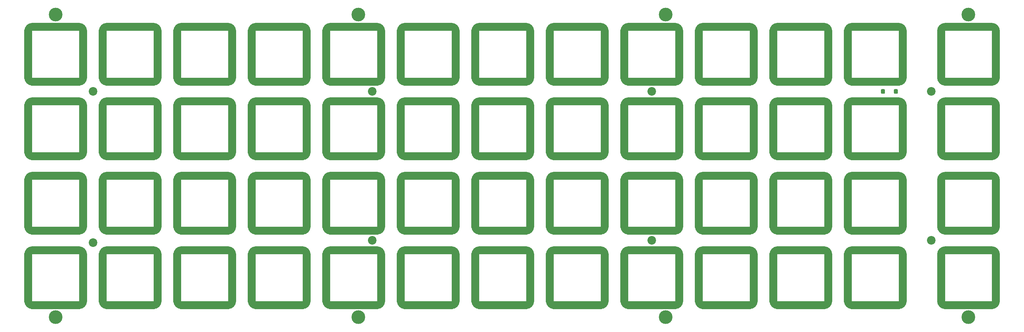
<source format=gbr>
G04 #@! TF.GenerationSoftware,KiCad,Pcbnew,(5.1.10-1-10_14)*
G04 #@! TF.CreationDate,2021-09-03T12:48:33-05:00*
G04 #@! TF.ProjectId,ori_top_plate,6f72695f-746f-4705-9f70-6c6174652e6b,rev?*
G04 #@! TF.SameCoordinates,Original*
G04 #@! TF.FileFunction,Soldermask,Bot*
G04 #@! TF.FilePolarity,Negative*
%FSLAX46Y46*%
G04 Gerber Fmt 4.6, Leading zero omitted, Abs format (unit mm)*
G04 Created by KiCad (PCBNEW (5.1.10-1-10_14)) date 2021-09-03 12:48:33*
%MOMM*%
%LPD*%
G01*
G04 APERTURE LIST*
%ADD10C,2.000000*%
%ADD11C,2.200000*%
%ADD12C,3.500000*%
G04 APERTURE END LIST*
D10*
X315373170Y-113156700D02*
G75*
G02*
X314373170Y-114156700I-1000000J0D01*
G01*
X302373170Y-114156700D02*
G75*
G02*
X301373170Y-113156700I0J1000000D01*
G01*
X301373170Y-101156700D02*
G75*
G02*
X302373170Y-100156700I1000000J0D01*
G01*
X314373170Y-100156700D02*
G75*
G02*
X315373170Y-101156700I0J-1000000D01*
G01*
X314373170Y-100156700D02*
X302373170Y-100156700D01*
X301373170Y-113156700D02*
X301373170Y-101156700D01*
X314373170Y-114156700D02*
X302373170Y-114156700D01*
X315373170Y-113156700D02*
X315373170Y-101156700D01*
X162972530Y-56006460D02*
G75*
G02*
X161972530Y-57006460I-1000000J0D01*
G01*
X149972530Y-57006460D02*
G75*
G02*
X148972530Y-56006460I0J1000000D01*
G01*
X148972530Y-44006460D02*
G75*
G02*
X149972530Y-43006460I1000000J0D01*
G01*
X161972530Y-43006460D02*
G75*
G02*
X162972530Y-44006460I0J-1000000D01*
G01*
X161972530Y-43006460D02*
X149972530Y-43006460D01*
X148972530Y-56006460D02*
X148972530Y-44006460D01*
X161972530Y-57006460D02*
X149972530Y-57006460D01*
X162972530Y-56006460D02*
X162972530Y-44006460D01*
X396336010Y-113156700D02*
G75*
G02*
X395336010Y-114156700I-1000000J0D01*
G01*
X383336010Y-114156700D02*
G75*
G02*
X382336010Y-113156700I0J1000000D01*
G01*
X382336010Y-101156700D02*
G75*
G02*
X383336010Y-100156700I1000000J0D01*
G01*
X395336010Y-100156700D02*
G75*
G02*
X396336010Y-101156700I0J-1000000D01*
G01*
X395336010Y-100156700D02*
X383336010Y-100156700D01*
X382336010Y-113156700D02*
X382336010Y-101156700D01*
X395336010Y-114156700D02*
X383336010Y-114156700D01*
X396336010Y-113156700D02*
X396336010Y-101156700D01*
X396335890Y-94106428D02*
G75*
G02*
X395335890Y-95106428I-1000000J0D01*
G01*
X383335890Y-95106428D02*
G75*
G02*
X382335890Y-94106428I0J1000000D01*
G01*
X382335890Y-82106428D02*
G75*
G02*
X383335890Y-81106428I1000000J0D01*
G01*
X395335890Y-81106428D02*
G75*
G02*
X396335890Y-82106428I0J-1000000D01*
G01*
X395335890Y-81106428D02*
X383335890Y-81106428D01*
X382335890Y-94106428D02*
X382335890Y-82106428D01*
X395335890Y-95106428D02*
X383335890Y-95106428D01*
X396335890Y-94106428D02*
X396335890Y-82106428D01*
X396335890Y-75056444D02*
G75*
G02*
X395335890Y-76056444I-1000000J0D01*
G01*
X383335890Y-76056444D02*
G75*
G02*
X382335890Y-75056444I0J1000000D01*
G01*
X382335890Y-63056444D02*
G75*
G02*
X383335890Y-62056444I1000000J0D01*
G01*
X395335890Y-62056444D02*
G75*
G02*
X396335890Y-63056444I0J-1000000D01*
G01*
X395335890Y-62056444D02*
X383335890Y-62056444D01*
X382335890Y-75056444D02*
X382335890Y-63056444D01*
X395335890Y-76056444D02*
X383335890Y-76056444D01*
X396335890Y-75056444D02*
X396335890Y-63056444D01*
X396336010Y-56006460D02*
G75*
G02*
X395336010Y-57006460I-1000000J0D01*
G01*
X383336010Y-57006460D02*
G75*
G02*
X382336010Y-56006460I0J1000000D01*
G01*
X382336010Y-44006460D02*
G75*
G02*
X383336010Y-43006460I1000000J0D01*
G01*
X395336010Y-43006460D02*
G75*
G02*
X396336010Y-44006460I0J-1000000D01*
G01*
X395336010Y-43006460D02*
X383336010Y-43006460D01*
X382336010Y-56006460D02*
X382336010Y-44006460D01*
X395336010Y-57006460D02*
X383336010Y-57006460D01*
X396336010Y-56006460D02*
X396336010Y-44006460D01*
X372523410Y-113156700D02*
G75*
G02*
X371523410Y-114156700I-1000000J0D01*
G01*
X359523410Y-114156700D02*
G75*
G02*
X358523410Y-113156700I0J1000000D01*
G01*
X358523410Y-101156700D02*
G75*
G02*
X359523410Y-100156700I1000000J0D01*
G01*
X371523410Y-100156700D02*
G75*
G02*
X372523410Y-101156700I0J-1000000D01*
G01*
X371523410Y-100156700D02*
X359523410Y-100156700D01*
X358523410Y-113156700D02*
X358523410Y-101156700D01*
X371523410Y-114156700D02*
X359523410Y-114156700D01*
X372523410Y-113156700D02*
X372523410Y-101156700D01*
X353473330Y-113160000D02*
G75*
G02*
X352473330Y-114160000I-1000000J0D01*
G01*
X340473330Y-114160000D02*
G75*
G02*
X339473330Y-113160000I0J1000000D01*
G01*
X339473330Y-101160000D02*
G75*
G02*
X340473330Y-100160000I1000000J0D01*
G01*
X352473330Y-100160000D02*
G75*
G02*
X353473330Y-101160000I0J-1000000D01*
G01*
X352473330Y-100160000D02*
X340473330Y-100160000D01*
X339473330Y-113160000D02*
X339473330Y-101160000D01*
X352473330Y-114160000D02*
X340473330Y-114160000D01*
X353473330Y-113160000D02*
X353473330Y-101160000D01*
X334423250Y-113156700D02*
G75*
G02*
X333423250Y-114156700I-1000000J0D01*
G01*
X321423250Y-114156700D02*
G75*
G02*
X320423250Y-113156700I0J1000000D01*
G01*
X320423250Y-101156700D02*
G75*
G02*
X321423250Y-100156700I1000000J0D01*
G01*
X333423250Y-100156700D02*
G75*
G02*
X334423250Y-101156700I0J-1000000D01*
G01*
X333423250Y-100156700D02*
X321423250Y-100156700D01*
X320423250Y-113156700D02*
X320423250Y-101156700D01*
X333423250Y-114156700D02*
X321423250Y-114156700D01*
X334423250Y-113156700D02*
X334423250Y-101156700D01*
X296323090Y-113156700D02*
G75*
G02*
X295323090Y-114156700I-1000000J0D01*
G01*
X283323090Y-114156700D02*
G75*
G02*
X282323090Y-113156700I0J1000000D01*
G01*
X282323090Y-101156700D02*
G75*
G02*
X283323090Y-100156700I1000000J0D01*
G01*
X295323090Y-100156700D02*
G75*
G02*
X296323090Y-101156700I0J-1000000D01*
G01*
X295323090Y-100156700D02*
X283323090Y-100156700D01*
X282323090Y-113156700D02*
X282323090Y-101156700D01*
X295323090Y-114156700D02*
X283323090Y-114156700D01*
X296323090Y-113156700D02*
X296323090Y-101156700D01*
X277273010Y-113156700D02*
G75*
G02*
X276273010Y-114156700I-1000000J0D01*
G01*
X264273010Y-114156700D02*
G75*
G02*
X263273010Y-113156700I0J1000000D01*
G01*
X263273010Y-101156700D02*
G75*
G02*
X264273010Y-100156700I1000000J0D01*
G01*
X276273010Y-100156700D02*
G75*
G02*
X277273010Y-101156700I0J-1000000D01*
G01*
X276273010Y-100156700D02*
X264273010Y-100156700D01*
X263273010Y-113156700D02*
X263273010Y-101156700D01*
X276273010Y-114156700D02*
X264273010Y-114156700D01*
X277273010Y-113156700D02*
X277273010Y-101156700D01*
X258222930Y-113156700D02*
G75*
G02*
X257222930Y-114156700I-1000000J0D01*
G01*
X245222930Y-114156700D02*
G75*
G02*
X244222930Y-113156700I0J1000000D01*
G01*
X244222930Y-101156700D02*
G75*
G02*
X245222930Y-100156700I1000000J0D01*
G01*
X257222930Y-100156700D02*
G75*
G02*
X258222930Y-101156700I0J-1000000D01*
G01*
X257222930Y-100156700D02*
X245222930Y-100156700D01*
X244222930Y-113156700D02*
X244222930Y-101156700D01*
X257222930Y-114156700D02*
X245222930Y-114156700D01*
X258222930Y-113156700D02*
X258222930Y-101156700D01*
X239172850Y-113156700D02*
G75*
G02*
X238172850Y-114156700I-1000000J0D01*
G01*
X226172850Y-114156700D02*
G75*
G02*
X225172850Y-113156700I0J1000000D01*
G01*
X225172850Y-101156700D02*
G75*
G02*
X226172850Y-100156700I1000000J0D01*
G01*
X238172850Y-100156700D02*
G75*
G02*
X239172850Y-101156700I0J-1000000D01*
G01*
X238172850Y-100156700D02*
X226172850Y-100156700D01*
X225172850Y-113156700D02*
X225172850Y-101156700D01*
X238172850Y-114156700D02*
X226172850Y-114156700D01*
X239172850Y-113156700D02*
X239172850Y-101156700D01*
X220122770Y-113156700D02*
G75*
G02*
X219122770Y-114156700I-1000000J0D01*
G01*
X207122770Y-114156700D02*
G75*
G02*
X206122770Y-113156700I0J1000000D01*
G01*
X206122770Y-101156700D02*
G75*
G02*
X207122770Y-100156700I1000000J0D01*
G01*
X219122770Y-100156700D02*
G75*
G02*
X220122770Y-101156700I0J-1000000D01*
G01*
X219122770Y-100156700D02*
X207122770Y-100156700D01*
X206122770Y-113156700D02*
X206122770Y-101156700D01*
X219122770Y-114156700D02*
X207122770Y-114156700D01*
X220122770Y-113156700D02*
X220122770Y-101156700D01*
X201072690Y-113156700D02*
G75*
G02*
X200072690Y-114156700I-1000000J0D01*
G01*
X188072690Y-114156700D02*
G75*
G02*
X187072690Y-113156700I0J1000000D01*
G01*
X187072690Y-101156700D02*
G75*
G02*
X188072690Y-100156700I1000000J0D01*
G01*
X200072690Y-100156700D02*
G75*
G02*
X201072690Y-101156700I0J-1000000D01*
G01*
X200072690Y-100156700D02*
X188072690Y-100156700D01*
X187072690Y-113156700D02*
X187072690Y-101156700D01*
X200072690Y-114156700D02*
X188072690Y-114156700D01*
X201072690Y-113156700D02*
X201072690Y-101156700D01*
X182022610Y-113156700D02*
G75*
G02*
X181022610Y-114156700I-1000000J0D01*
G01*
X169022610Y-114156700D02*
G75*
G02*
X168022610Y-113156700I0J1000000D01*
G01*
X168022610Y-101156700D02*
G75*
G02*
X169022610Y-100156700I1000000J0D01*
G01*
X181022610Y-100156700D02*
G75*
G02*
X182022610Y-101156700I0J-1000000D01*
G01*
X181022610Y-100156700D02*
X169022610Y-100156700D01*
X168022610Y-113156700D02*
X168022610Y-101156700D01*
X181022610Y-114156700D02*
X169022610Y-114156700D01*
X182022610Y-113156700D02*
X182022610Y-101156700D01*
X162972530Y-113156700D02*
G75*
G02*
X161972530Y-114156700I-1000000J0D01*
G01*
X149972530Y-114156700D02*
G75*
G02*
X148972530Y-113156700I0J1000000D01*
G01*
X148972530Y-101156700D02*
G75*
G02*
X149972530Y-100156700I1000000J0D01*
G01*
X161972530Y-100156700D02*
G75*
G02*
X162972530Y-101156700I0J-1000000D01*
G01*
X161972530Y-100156700D02*
X149972530Y-100156700D01*
X148972530Y-113156700D02*
X148972530Y-101156700D01*
X161972530Y-114156700D02*
X149972530Y-114156700D01*
X162972530Y-113156700D02*
X162972530Y-101156700D01*
X372523410Y-94106620D02*
G75*
G02*
X371523410Y-95106620I-1000000J0D01*
G01*
X359523410Y-95106620D02*
G75*
G02*
X358523410Y-94106620I0J1000000D01*
G01*
X358523410Y-82106620D02*
G75*
G02*
X359523410Y-81106620I1000000J0D01*
G01*
X371523410Y-81106620D02*
G75*
G02*
X372523410Y-82106620I0J-1000000D01*
G01*
X371523410Y-81106620D02*
X359523410Y-81106620D01*
X358523410Y-94106620D02*
X358523410Y-82106620D01*
X371523410Y-95106620D02*
X359523410Y-95106620D01*
X372523410Y-94106620D02*
X372523410Y-82106620D01*
X353473330Y-94106620D02*
G75*
G02*
X352473330Y-95106620I-1000000J0D01*
G01*
X340473330Y-95106620D02*
G75*
G02*
X339473330Y-94106620I0J1000000D01*
G01*
X339473330Y-82106620D02*
G75*
G02*
X340473330Y-81106620I1000000J0D01*
G01*
X352473330Y-81106620D02*
G75*
G02*
X353473330Y-82106620I0J-1000000D01*
G01*
X352473330Y-81106620D02*
X340473330Y-81106620D01*
X339473330Y-94106620D02*
X339473330Y-82106620D01*
X352473330Y-95106620D02*
X340473330Y-95106620D01*
X353473330Y-94106620D02*
X353473330Y-82106620D01*
X334423250Y-94106620D02*
G75*
G02*
X333423250Y-95106620I-1000000J0D01*
G01*
X321423250Y-95106620D02*
G75*
G02*
X320423250Y-94106620I0J1000000D01*
G01*
X320423250Y-82106620D02*
G75*
G02*
X321423250Y-81106620I1000000J0D01*
G01*
X333423250Y-81106620D02*
G75*
G02*
X334423250Y-82106620I0J-1000000D01*
G01*
X333423250Y-81106620D02*
X321423250Y-81106620D01*
X320423250Y-94106620D02*
X320423250Y-82106620D01*
X333423250Y-95106620D02*
X321423250Y-95106620D01*
X334423250Y-94106620D02*
X334423250Y-82106620D01*
X315373170Y-94106620D02*
G75*
G02*
X314373170Y-95106620I-1000000J0D01*
G01*
X302373170Y-95106620D02*
G75*
G02*
X301373170Y-94106620I0J1000000D01*
G01*
X301373170Y-82106620D02*
G75*
G02*
X302373170Y-81106620I1000000J0D01*
G01*
X314373170Y-81106620D02*
G75*
G02*
X315373170Y-82106620I0J-1000000D01*
G01*
X314373170Y-81106620D02*
X302373170Y-81106620D01*
X301373170Y-94106620D02*
X301373170Y-82106620D01*
X314373170Y-95106620D02*
X302373170Y-95106620D01*
X315373170Y-94106620D02*
X315373170Y-82106620D01*
X296323090Y-94106620D02*
G75*
G02*
X295323090Y-95106620I-1000000J0D01*
G01*
X283323090Y-95106620D02*
G75*
G02*
X282323090Y-94106620I0J1000000D01*
G01*
X282323090Y-82106620D02*
G75*
G02*
X283323090Y-81106620I1000000J0D01*
G01*
X295323090Y-81106620D02*
G75*
G02*
X296323090Y-82106620I0J-1000000D01*
G01*
X295323090Y-81106620D02*
X283323090Y-81106620D01*
X282323090Y-94106620D02*
X282323090Y-82106620D01*
X295323090Y-95106620D02*
X283323090Y-95106620D01*
X296323090Y-94106620D02*
X296323090Y-82106620D01*
X277273010Y-94106620D02*
G75*
G02*
X276273010Y-95106620I-1000000J0D01*
G01*
X264273010Y-95106620D02*
G75*
G02*
X263273010Y-94106620I0J1000000D01*
G01*
X263273010Y-82106620D02*
G75*
G02*
X264273010Y-81106620I1000000J0D01*
G01*
X276273010Y-81106620D02*
G75*
G02*
X277273010Y-82106620I0J-1000000D01*
G01*
X276273010Y-81106620D02*
X264273010Y-81106620D01*
X263273010Y-94106620D02*
X263273010Y-82106620D01*
X276273010Y-95106620D02*
X264273010Y-95106620D01*
X277273010Y-94106620D02*
X277273010Y-82106620D01*
X258222930Y-94106620D02*
G75*
G02*
X257222930Y-95106620I-1000000J0D01*
G01*
X245222930Y-95106620D02*
G75*
G02*
X244222930Y-94106620I0J1000000D01*
G01*
X244222930Y-82106620D02*
G75*
G02*
X245222930Y-81106620I1000000J0D01*
G01*
X257222930Y-81106620D02*
G75*
G02*
X258222930Y-82106620I0J-1000000D01*
G01*
X257222930Y-81106620D02*
X245222930Y-81106620D01*
X244222930Y-94106620D02*
X244222930Y-82106620D01*
X257222930Y-95106620D02*
X245222930Y-95106620D01*
X258222930Y-94106620D02*
X258222930Y-82106620D01*
X239172850Y-94106620D02*
G75*
G02*
X238172850Y-95106620I-1000000J0D01*
G01*
X226172850Y-95106620D02*
G75*
G02*
X225172850Y-94106620I0J1000000D01*
G01*
X225172850Y-82106620D02*
G75*
G02*
X226172850Y-81106620I1000000J0D01*
G01*
X238172850Y-81106620D02*
G75*
G02*
X239172850Y-82106620I0J-1000000D01*
G01*
X238172850Y-81106620D02*
X226172850Y-81106620D01*
X225172850Y-94106620D02*
X225172850Y-82106620D01*
X238172850Y-95106620D02*
X226172850Y-95106620D01*
X239172850Y-94106620D02*
X239172850Y-82106620D01*
X220122770Y-94106620D02*
G75*
G02*
X219122770Y-95106620I-1000000J0D01*
G01*
X207122770Y-95106620D02*
G75*
G02*
X206122770Y-94106620I0J1000000D01*
G01*
X206122770Y-82106620D02*
G75*
G02*
X207122770Y-81106620I1000000J0D01*
G01*
X219122770Y-81106620D02*
G75*
G02*
X220122770Y-82106620I0J-1000000D01*
G01*
X219122770Y-81106620D02*
X207122770Y-81106620D01*
X206122770Y-94106620D02*
X206122770Y-82106620D01*
X219122770Y-95106620D02*
X207122770Y-95106620D01*
X220122770Y-94106620D02*
X220122770Y-82106620D01*
X201072690Y-94106620D02*
G75*
G02*
X200072690Y-95106620I-1000000J0D01*
G01*
X188072690Y-95106620D02*
G75*
G02*
X187072690Y-94106620I0J1000000D01*
G01*
X187072690Y-82106620D02*
G75*
G02*
X188072690Y-81106620I1000000J0D01*
G01*
X200072690Y-81106620D02*
G75*
G02*
X201072690Y-82106620I0J-1000000D01*
G01*
X200072690Y-81106620D02*
X188072690Y-81106620D01*
X187072690Y-94106620D02*
X187072690Y-82106620D01*
X200072690Y-95106620D02*
X188072690Y-95106620D01*
X201072690Y-94106620D02*
X201072690Y-82106620D01*
X182022610Y-94106620D02*
G75*
G02*
X181022610Y-95106620I-1000000J0D01*
G01*
X169022610Y-95106620D02*
G75*
G02*
X168022610Y-94106620I0J1000000D01*
G01*
X168022610Y-82106620D02*
G75*
G02*
X169022610Y-81106620I1000000J0D01*
G01*
X181022610Y-81106620D02*
G75*
G02*
X182022610Y-82106620I0J-1000000D01*
G01*
X181022610Y-81106620D02*
X169022610Y-81106620D01*
X168022610Y-94106620D02*
X168022610Y-82106620D01*
X181022610Y-95106620D02*
X169022610Y-95106620D01*
X182022610Y-94106620D02*
X182022610Y-82106620D01*
X162972530Y-94106620D02*
G75*
G02*
X161972530Y-95106620I-1000000J0D01*
G01*
X149972530Y-95106620D02*
G75*
G02*
X148972530Y-94106620I0J1000000D01*
G01*
X148972530Y-82106620D02*
G75*
G02*
X149972530Y-81106620I1000000J0D01*
G01*
X161972530Y-81106620D02*
G75*
G02*
X162972530Y-82106620I0J-1000000D01*
G01*
X161972530Y-81106620D02*
X149972530Y-81106620D01*
X148972530Y-94106620D02*
X148972530Y-82106620D01*
X161972530Y-95106620D02*
X149972530Y-95106620D01*
X162972530Y-94106620D02*
X162972530Y-82106620D01*
X372523410Y-75056540D02*
G75*
G02*
X371523410Y-76056540I-1000000J0D01*
G01*
X359523410Y-76056540D02*
G75*
G02*
X358523410Y-75056540I0J1000000D01*
G01*
X358523410Y-63056540D02*
G75*
G02*
X359523410Y-62056540I1000000J0D01*
G01*
X371523410Y-62056540D02*
G75*
G02*
X372523410Y-63056540I0J-1000000D01*
G01*
X371523410Y-62056540D02*
X359523410Y-62056540D01*
X358523410Y-75056540D02*
X358523410Y-63056540D01*
X371523410Y-76056540D02*
X359523410Y-76056540D01*
X372523410Y-75056540D02*
X372523410Y-63056540D01*
X353473330Y-75056540D02*
G75*
G02*
X352473330Y-76056540I-1000000J0D01*
G01*
X340473330Y-76056540D02*
G75*
G02*
X339473330Y-75056540I0J1000000D01*
G01*
X339473330Y-63056540D02*
G75*
G02*
X340473330Y-62056540I1000000J0D01*
G01*
X352473330Y-62056540D02*
G75*
G02*
X353473330Y-63056540I0J-1000000D01*
G01*
X352473330Y-62056540D02*
X340473330Y-62056540D01*
X339473330Y-75056540D02*
X339473330Y-63056540D01*
X352473330Y-76056540D02*
X340473330Y-76056540D01*
X353473330Y-75056540D02*
X353473330Y-63056540D01*
X334423250Y-75056540D02*
G75*
G02*
X333423250Y-76056540I-1000000J0D01*
G01*
X321423250Y-76056540D02*
G75*
G02*
X320423250Y-75056540I0J1000000D01*
G01*
X320423250Y-63056540D02*
G75*
G02*
X321423250Y-62056540I1000000J0D01*
G01*
X333423250Y-62056540D02*
G75*
G02*
X334423250Y-63056540I0J-1000000D01*
G01*
X333423250Y-62056540D02*
X321423250Y-62056540D01*
X320423250Y-75056540D02*
X320423250Y-63056540D01*
X333423250Y-76056540D02*
X321423250Y-76056540D01*
X334423250Y-75056540D02*
X334423250Y-63056540D01*
X315373170Y-75056540D02*
G75*
G02*
X314373170Y-76056540I-1000000J0D01*
G01*
X302373170Y-76056540D02*
G75*
G02*
X301373170Y-75056540I0J1000000D01*
G01*
X301373170Y-63056540D02*
G75*
G02*
X302373170Y-62056540I1000000J0D01*
G01*
X314373170Y-62056540D02*
G75*
G02*
X315373170Y-63056540I0J-1000000D01*
G01*
X314373170Y-62056540D02*
X302373170Y-62056540D01*
X301373170Y-75056540D02*
X301373170Y-63056540D01*
X314373170Y-76056540D02*
X302373170Y-76056540D01*
X315373170Y-75056540D02*
X315373170Y-63056540D01*
X296323090Y-75056540D02*
G75*
G02*
X295323090Y-76056540I-1000000J0D01*
G01*
X283323090Y-76056540D02*
G75*
G02*
X282323090Y-75056540I0J1000000D01*
G01*
X282323090Y-63056540D02*
G75*
G02*
X283323090Y-62056540I1000000J0D01*
G01*
X295323090Y-62056540D02*
G75*
G02*
X296323090Y-63056540I0J-1000000D01*
G01*
X295323090Y-62056540D02*
X283323090Y-62056540D01*
X282323090Y-75056540D02*
X282323090Y-63056540D01*
X295323090Y-76056540D02*
X283323090Y-76056540D01*
X296323090Y-75056540D02*
X296323090Y-63056540D01*
X277273010Y-75056540D02*
G75*
G02*
X276273010Y-76056540I-1000000J0D01*
G01*
X264273010Y-76056540D02*
G75*
G02*
X263273010Y-75056540I0J1000000D01*
G01*
X263273010Y-63056540D02*
G75*
G02*
X264273010Y-62056540I1000000J0D01*
G01*
X276273010Y-62056540D02*
G75*
G02*
X277273010Y-63056540I0J-1000000D01*
G01*
X276273010Y-62056540D02*
X264273010Y-62056540D01*
X263273010Y-75056540D02*
X263273010Y-63056540D01*
X276273010Y-76056540D02*
X264273010Y-76056540D01*
X277273010Y-75056540D02*
X277273010Y-63056540D01*
X258222930Y-75056540D02*
G75*
G02*
X257222930Y-76056540I-1000000J0D01*
G01*
X245222930Y-76056540D02*
G75*
G02*
X244222930Y-75056540I0J1000000D01*
G01*
X244222930Y-63056540D02*
G75*
G02*
X245222930Y-62056540I1000000J0D01*
G01*
X257222930Y-62056540D02*
G75*
G02*
X258222930Y-63056540I0J-1000000D01*
G01*
X257222930Y-62056540D02*
X245222930Y-62056540D01*
X244222930Y-75056540D02*
X244222930Y-63056540D01*
X257222930Y-76056540D02*
X245222930Y-76056540D01*
X258222930Y-75056540D02*
X258222930Y-63056540D01*
X239172850Y-75056540D02*
G75*
G02*
X238172850Y-76056540I-1000000J0D01*
G01*
X226172850Y-76056540D02*
G75*
G02*
X225172850Y-75056540I0J1000000D01*
G01*
X225172850Y-63056540D02*
G75*
G02*
X226172850Y-62056540I1000000J0D01*
G01*
X238172850Y-62056540D02*
G75*
G02*
X239172850Y-63056540I0J-1000000D01*
G01*
X238172850Y-62056540D02*
X226172850Y-62056540D01*
X225172850Y-75056540D02*
X225172850Y-63056540D01*
X238172850Y-76056540D02*
X226172850Y-76056540D01*
X239172850Y-75056540D02*
X239172850Y-63056540D01*
X220122770Y-75056540D02*
G75*
G02*
X219122770Y-76056540I-1000000J0D01*
G01*
X207122770Y-76056540D02*
G75*
G02*
X206122770Y-75056540I0J1000000D01*
G01*
X206122770Y-63056540D02*
G75*
G02*
X207122770Y-62056540I1000000J0D01*
G01*
X219122770Y-62056540D02*
G75*
G02*
X220122770Y-63056540I0J-1000000D01*
G01*
X219122770Y-62056540D02*
X207122770Y-62056540D01*
X206122770Y-75056540D02*
X206122770Y-63056540D01*
X219122770Y-76056540D02*
X207122770Y-76056540D01*
X220122770Y-75056540D02*
X220122770Y-63056540D01*
X201072690Y-75056540D02*
G75*
G02*
X200072690Y-76056540I-1000000J0D01*
G01*
X188072690Y-76056540D02*
G75*
G02*
X187072690Y-75056540I0J1000000D01*
G01*
X187072690Y-63056540D02*
G75*
G02*
X188072690Y-62056540I1000000J0D01*
G01*
X200072690Y-62056540D02*
G75*
G02*
X201072690Y-63056540I0J-1000000D01*
G01*
X200072690Y-62056540D02*
X188072690Y-62056540D01*
X187072690Y-75056540D02*
X187072690Y-63056540D01*
X200072690Y-76056540D02*
X188072690Y-76056540D01*
X201072690Y-75056540D02*
X201072690Y-63056540D01*
X182022610Y-75056540D02*
G75*
G02*
X181022610Y-76056540I-1000000J0D01*
G01*
X169022610Y-76056540D02*
G75*
G02*
X168022610Y-75056540I0J1000000D01*
G01*
X168022610Y-63056540D02*
G75*
G02*
X169022610Y-62056540I1000000J0D01*
G01*
X181022610Y-62056540D02*
G75*
G02*
X182022610Y-63056540I0J-1000000D01*
G01*
X181022610Y-62056540D02*
X169022610Y-62056540D01*
X168022610Y-75056540D02*
X168022610Y-63056540D01*
X181022610Y-76056540D02*
X169022610Y-76056540D01*
X182022610Y-75056540D02*
X182022610Y-63056540D01*
X162972530Y-75056540D02*
G75*
G02*
X161972530Y-76056540I-1000000J0D01*
G01*
X149972530Y-76056540D02*
G75*
G02*
X148972530Y-75056540I0J1000000D01*
G01*
X148972530Y-63056540D02*
G75*
G02*
X149972530Y-62056540I1000000J0D01*
G01*
X161972530Y-62056540D02*
G75*
G02*
X162972530Y-63056540I0J-1000000D01*
G01*
X161972530Y-62056540D02*
X149972530Y-62056540D01*
X148972530Y-75056540D02*
X148972530Y-63056540D01*
X161972530Y-76056540D02*
X149972530Y-76056540D01*
X162972530Y-75056540D02*
X162972530Y-63056540D01*
X372523410Y-56006460D02*
G75*
G02*
X371523410Y-57006460I-1000000J0D01*
G01*
X359523410Y-57006460D02*
G75*
G02*
X358523410Y-56006460I0J1000000D01*
G01*
X358523410Y-44006460D02*
G75*
G02*
X359523410Y-43006460I1000000J0D01*
G01*
X371523410Y-43006460D02*
G75*
G02*
X372523410Y-44006460I0J-1000000D01*
G01*
X371523410Y-43006460D02*
X359523410Y-43006460D01*
X358523410Y-56006460D02*
X358523410Y-44006460D01*
X371523410Y-57006460D02*
X359523410Y-57006460D01*
X372523410Y-56006460D02*
X372523410Y-44006460D01*
X353473330Y-56006460D02*
G75*
G02*
X352473330Y-57006460I-1000000J0D01*
G01*
X340473330Y-57006460D02*
G75*
G02*
X339473330Y-56006460I0J1000000D01*
G01*
X339473330Y-44006460D02*
G75*
G02*
X340473330Y-43006460I1000000J0D01*
G01*
X352473330Y-43006460D02*
G75*
G02*
X353473330Y-44006460I0J-1000000D01*
G01*
X352473330Y-43006460D02*
X340473330Y-43006460D01*
X339473330Y-56006460D02*
X339473330Y-44006460D01*
X352473330Y-57006460D02*
X340473330Y-57006460D01*
X353473330Y-56006460D02*
X353473330Y-44006460D01*
X334423250Y-56006460D02*
G75*
G02*
X333423250Y-57006460I-1000000J0D01*
G01*
X321423250Y-57006460D02*
G75*
G02*
X320423250Y-56006460I0J1000000D01*
G01*
X320423250Y-44006460D02*
G75*
G02*
X321423250Y-43006460I1000000J0D01*
G01*
X333423250Y-43006460D02*
G75*
G02*
X334423250Y-44006460I0J-1000000D01*
G01*
X333423250Y-43006460D02*
X321423250Y-43006460D01*
X320423250Y-56006460D02*
X320423250Y-44006460D01*
X333423250Y-57006460D02*
X321423250Y-57006460D01*
X334423250Y-56006460D02*
X334423250Y-44006460D01*
X315373170Y-56006460D02*
G75*
G02*
X314373170Y-57006460I-1000000J0D01*
G01*
X302373170Y-57006460D02*
G75*
G02*
X301373170Y-56006460I0J1000000D01*
G01*
X301373170Y-44006460D02*
G75*
G02*
X302373170Y-43006460I1000000J0D01*
G01*
X314373170Y-43006460D02*
G75*
G02*
X315373170Y-44006460I0J-1000000D01*
G01*
X314373170Y-43006460D02*
X302373170Y-43006460D01*
X301373170Y-56006460D02*
X301373170Y-44006460D01*
X314373170Y-57006460D02*
X302373170Y-57006460D01*
X315373170Y-56006460D02*
X315373170Y-44006460D01*
X296323090Y-56006460D02*
G75*
G02*
X295323090Y-57006460I-1000000J0D01*
G01*
X283323090Y-57006460D02*
G75*
G02*
X282323090Y-56006460I0J1000000D01*
G01*
X282323090Y-44006460D02*
G75*
G02*
X283323090Y-43006460I1000000J0D01*
G01*
X295323090Y-43006460D02*
G75*
G02*
X296323090Y-44006460I0J-1000000D01*
G01*
X295323090Y-43006460D02*
X283323090Y-43006460D01*
X282323090Y-56006460D02*
X282323090Y-44006460D01*
X295323090Y-57006460D02*
X283323090Y-57006460D01*
X296323090Y-56006460D02*
X296323090Y-44006460D01*
X277273010Y-56006460D02*
G75*
G02*
X276273010Y-57006460I-1000000J0D01*
G01*
X264273010Y-57006460D02*
G75*
G02*
X263273010Y-56006460I0J1000000D01*
G01*
X263273010Y-44006460D02*
G75*
G02*
X264273010Y-43006460I1000000J0D01*
G01*
X276273010Y-43006460D02*
G75*
G02*
X277273010Y-44006460I0J-1000000D01*
G01*
X276273010Y-43006460D02*
X264273010Y-43006460D01*
X263273010Y-56006460D02*
X263273010Y-44006460D01*
X276273010Y-57006460D02*
X264273010Y-57006460D01*
X277273010Y-56006460D02*
X277273010Y-44006460D01*
X258222930Y-56006460D02*
G75*
G02*
X257222930Y-57006460I-1000000J0D01*
G01*
X245222930Y-57006460D02*
G75*
G02*
X244222930Y-56006460I0J1000000D01*
G01*
X244222930Y-44006460D02*
G75*
G02*
X245222930Y-43006460I1000000J0D01*
G01*
X257222930Y-43006460D02*
G75*
G02*
X258222930Y-44006460I0J-1000000D01*
G01*
X257222930Y-43006460D02*
X245222930Y-43006460D01*
X244222930Y-56006460D02*
X244222930Y-44006460D01*
X257222930Y-57006460D02*
X245222930Y-57006460D01*
X258222930Y-56006460D02*
X258222930Y-44006460D01*
X239172850Y-56006460D02*
G75*
G02*
X238172850Y-57006460I-1000000J0D01*
G01*
X226172850Y-57006460D02*
G75*
G02*
X225172850Y-56006460I0J1000000D01*
G01*
X225172850Y-44006460D02*
G75*
G02*
X226172850Y-43006460I1000000J0D01*
G01*
X238172850Y-43006460D02*
G75*
G02*
X239172850Y-44006460I0J-1000000D01*
G01*
X238172850Y-43006460D02*
X226172850Y-43006460D01*
X225172850Y-56006460D02*
X225172850Y-44006460D01*
X238172850Y-57006460D02*
X226172850Y-57006460D01*
X239172850Y-56006460D02*
X239172850Y-44006460D01*
X220122770Y-56006460D02*
G75*
G02*
X219122770Y-57006460I-1000000J0D01*
G01*
X207122770Y-57006460D02*
G75*
G02*
X206122770Y-56006460I0J1000000D01*
G01*
X206122770Y-44006460D02*
G75*
G02*
X207122770Y-43006460I1000000J0D01*
G01*
X219122770Y-43006460D02*
G75*
G02*
X220122770Y-44006460I0J-1000000D01*
G01*
X219122770Y-43006460D02*
X207122770Y-43006460D01*
X206122770Y-56006460D02*
X206122770Y-44006460D01*
X219122770Y-57006460D02*
X207122770Y-57006460D01*
X220122770Y-56006460D02*
X220122770Y-44006460D01*
X201072690Y-56006460D02*
G75*
G02*
X200072690Y-57006460I-1000000J0D01*
G01*
X188072690Y-57006460D02*
G75*
G02*
X187072690Y-56006460I0J1000000D01*
G01*
X187072690Y-44006460D02*
G75*
G02*
X188072690Y-43006460I1000000J0D01*
G01*
X200072690Y-43006460D02*
G75*
G02*
X201072690Y-44006460I0J-1000000D01*
G01*
X200072690Y-43006460D02*
X188072690Y-43006460D01*
X187072690Y-56006460D02*
X187072690Y-44006460D01*
X200072690Y-57006460D02*
X188072690Y-57006460D01*
X201072690Y-56006460D02*
X201072690Y-44006460D01*
X182022610Y-56006460D02*
G75*
G02*
X181022610Y-57006460I-1000000J0D01*
G01*
X169022610Y-57006460D02*
G75*
G02*
X168022610Y-56006460I0J1000000D01*
G01*
X168022610Y-44006460D02*
G75*
G02*
X169022610Y-43006460I1000000J0D01*
G01*
X181022610Y-43006460D02*
G75*
G02*
X182022610Y-44006460I0J-1000000D01*
G01*
X181022610Y-43006460D02*
X169022610Y-43006460D01*
X168022610Y-56006460D02*
X168022610Y-44006460D01*
X181022610Y-57006460D02*
X169022610Y-57006460D01*
X182022610Y-56006460D02*
X182022610Y-44006460D01*
G36*
G01*
X370270360Y-59868904D02*
X370270360Y-59168904D01*
G75*
G02*
X370520360Y-58918904I250000J0D01*
G01*
X371020360Y-58918904D01*
G75*
G02*
X371270360Y-59168904I0J-250000D01*
G01*
X371270360Y-59868904D01*
G75*
G02*
X371020360Y-60118904I-250000J0D01*
G01*
X370520360Y-60118904D01*
G75*
G02*
X370270360Y-59868904I0J250000D01*
G01*
G37*
G36*
G01*
X366970360Y-59868904D02*
X366970360Y-59168904D01*
G75*
G02*
X367220360Y-58918904I250000J0D01*
G01*
X367720360Y-58918904D01*
G75*
G02*
X367970360Y-59168904I0J-250000D01*
G01*
X367970360Y-59868904D01*
G75*
G02*
X367720360Y-60118904I-250000J0D01*
G01*
X367220360Y-60118904D01*
G75*
G02*
X366970360Y-59868904I0J250000D01*
G01*
G37*
D11*
X379810898Y-97631420D03*
X379810898Y-59531452D03*
X308373458Y-97631420D03*
X308373458Y-59531452D03*
X236936018Y-97631420D03*
X236936018Y-59531452D03*
X165498578Y-98226732D03*
X165498578Y-59531452D03*
D12*
X155973586Y-39886156D03*
X155973586Y-117276716D03*
X233364146Y-39886156D03*
X233364146Y-117264265D03*
X311945330Y-39886156D03*
X311945330Y-117276716D03*
X389335890Y-39886156D03*
X389335890Y-117276716D03*
M02*

</source>
